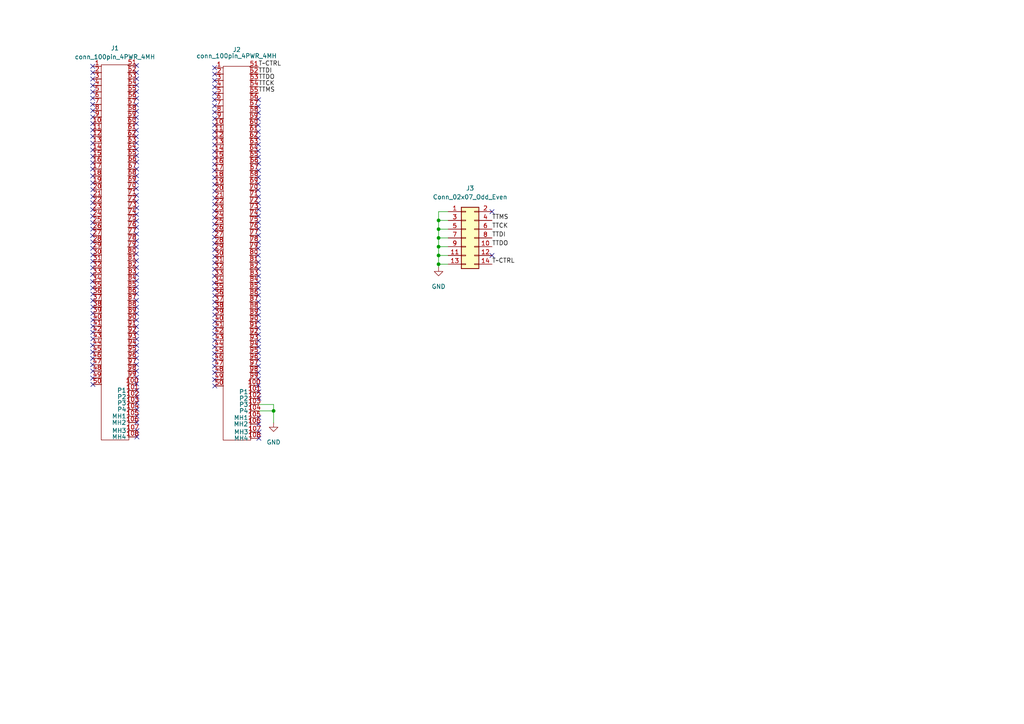
<source format=kicad_sch>
(kicad_sch (version 20211123) (generator eeschema)
  (paper "A4")
  (lib_symbols
    (symbol "Connector_Generic:Conn_02x07_Odd_Even" (pin_names (offset 1.016) hide)
      (property "Reference" "J" (at 1.27 10.16 0))
      (property "Value" "Conn_02x07_Odd_Even" (at 1.27 -10.16 0))
      (symbol "Conn_02x07_Odd_Even_1_1"
        (rectangle (start -1.27 -7.493) (end 0 -7.747) (stroke (width 0.1524)))
        (rectangle (start -1.27 -4.953) (end 0 -5.207) (stroke (width 0.1524)))
        (rectangle (start -1.27 -2.413) (end 0 -2.667) (stroke (width 0.1524)))
        (rectangle (start -1.27 0.127) (end 0 -0.127) (stroke (width 0.1524)))
        (rectangle (start -1.27 2.667) (end 0 2.413) (stroke (width 0.1524)))
        (rectangle (start -1.27 5.207) (end 0 4.953) (stroke (width 0.1524)))
        (rectangle (start -1.27 7.747) (end 0 7.493) (stroke (width 0.1524)))
        (rectangle (start -1.27 8.89) (end 3.81 -8.89) (stroke (width 0.254)) (fill (type background)))
        (rectangle (start 3.81 -7.493) (end 2.54 -7.747) (stroke (width 0.1524)))
        (rectangle (start 3.81 -4.953) (end 2.54 -5.207) (stroke (width 0.1524)))
        (rectangle (start 3.81 -2.413) (end 2.54 -2.667) (stroke (width 0.1524)))
        (rectangle (start 3.81 0.127) (end 2.54 -0.127) (stroke (width 0.1524)))
        (rectangle (start 3.81 2.667) (end 2.54 2.413) (stroke (width 0.1524)))
        (rectangle (start 3.81 5.207) (end 2.54 4.953) (stroke (width 0.1524)))
        (rectangle (start 3.81 7.747) (end 2.54 7.493) (stroke (width 0.1524)))
        (pin passive line (at -5.08 7.62 0) (length 3.81) (name "Pin_1") (number "1"))
        (pin passive line (at 7.62 -2.54 180) (length 3.81) (name "Pin_10") (number "10"))
        (pin passive line (at -5.08 -5.08 0) (length 3.81) (name "Pin_11") (number "11"))
        (pin passive line (at 7.62 -5.08 180) (length 3.81) (name "Pin_12") (number "12"))
        (pin passive line (at -5.08 -7.62 0) (length 3.81) (name "Pin_13") (number "13"))
        (pin passive line (at 7.62 -7.62 180) (length 3.81) (name "Pin_14") (number "14"))
        (pin passive line (at 7.62 7.62 180) (length 3.81) (name "Pin_2") (number "2"))
        (pin passive line (at -5.08 5.08 0) (length 3.81) (name "Pin_3") (number "3"))
        (pin passive line (at 7.62 5.08 180) (length 3.81) (name "Pin_4") (number "4"))
        (pin passive line (at -5.08 2.54 0) (length 3.81) (name "Pin_5") (number "5"))
        (pin passive line (at 7.62 2.54 180) (length 3.81) (name "Pin_6") (number "6"))
        (pin passive line (at -5.08 0 0) (length 3.81) (name "Pin_7") (number "7"))
        (pin passive line (at 7.62 0 180) (length 3.81) (name "Pin_8") (number "8"))
        (pin passive line (at -5.08 -2.54 0) (length 3.81) (name "Pin_9") (number "9"))
      )
    )
    (symbol "New_Library:conn_100pin_4PWR_4MH"
      (property "Reference" "J1" (at -42.418 128.5494 0))
      (property "Value" "conn_100pin_4PWR_4MH" (at -42.418 126.0094 0))
      (symbol "conn_100pin_4PWR_4MH_0_1"
        (rectangle (start -46.3804 123.7234) (end -38.354 14.9098))
      )
      (symbol "conn_100pin_4PWR_4MH_1_1"
        (pin passive line (at -48.8442 123.2916 0) (length 2.54) (name "") (number "1"))
        (pin passive line (at -48.8442 106.7054 0) (length 2.54) (name "") (number "10"))
        (pin passive line (at -36.1442 31.1912 180) (length 2.54) (name "") (number "100"))
        (pin passive line (at -36.0426 29.2862 180) (length 2.54) (name "P1") (number "101"))
        (pin passive line (at -36.0172 27.4066 180) (length 2.54) (name "P2") (number "102"))
        (pin passive line (at -36.0172 25.6286 180) (length 2.54) (name "P3") (number "103"))
        (pin passive line (at -36.0172 23.7744 180) (length 2.54) (name "P4") (number "104"))
        (pin passive line (at -36.0426 21.7932 180) (length 2.54) (name "MH1") (number "105"))
        (pin passive line (at -36.068 19.9644 180) (length 2.54) (name "MH2") (number "106"))
        (pin passive line (at -36.0172 17.6276 180) (length 2.54) (name "MH3") (number "107"))
        (pin passive line (at -36.0426 15.7988 180) (length 2.54) (name "MH4") (number "108"))
        (pin passive line (at -48.8442 104.8004 0) (length 2.54) (name "") (number "11"))
        (pin passive line (at -48.8442 102.9716 0) (length 2.54) (name "") (number "12"))
        (pin passive line (at -48.8188 100.9904 0) (length 2.54) (name "") (number "13"))
        (pin passive line (at -48.8442 99.0346 0) (length 2.54) (name "") (number "14"))
        (pin passive line (at -48.8188 97.155 0) (length 2.54) (name "") (number "15"))
        (pin passive line (at -48.8442 95.3008 0) (length 2.54) (name "") (number "16"))
        (pin passive line (at -48.8696 93.4974 0) (length 2.54) (name "") (number "17"))
        (pin passive line (at -48.8442 91.4654 0) (length 2.54) (name "") (number "18"))
        (pin passive line (at -48.8188 89.4588 0) (length 2.54) (name "") (number "19"))
        (pin passive line (at -48.8188 121.4628 0) (length 2.54) (name "") (number "2"))
        (pin passive line (at -48.7934 87.503 0) (length 2.54) (name "") (number "20"))
        (pin passive line (at -48.7934 85.4964 0) (length 2.54) (name "") (number "21"))
        (pin passive line (at -48.8442 83.693 0) (length 2.54) (name "") (number "22"))
        (pin passive line (at -48.8442 81.7118 0) (length 2.54) (name "") (number "23"))
        (pin passive line (at -48.8442 79.8068 0) (length 2.54) (name "") (number "24"))
        (pin passive line (at -48.8442 77.9272 0) (length 2.54) (name "") (number "25"))
        (pin passive line (at -48.8188 76.073 0) (length 2.54) (name "") (number "26"))
        (pin passive line (at -48.895 74.168 0) (length 2.54) (name "") (number "27"))
        (pin passive line (at -48.8188 72.3392 0) (length 2.54) (name "") (number "28"))
        (pin passive line (at -48.8442 70.5104 0) (length 2.54) (name "") (number "29"))
        (pin passive line (at -48.8442 119.6086 0) (length 2.54) (name "") (number "3"))
        (pin passive line (at -48.7934 68.5546 0) (length 2.54) (name "") (number "30"))
        (pin passive line (at -48.8188 66.7258 0) (length 2.54) (name "") (number "31"))
        (pin passive line (at -48.8442 64.8462 0) (length 2.54) (name "") (number "32"))
        (pin passive line (at -48.8696 62.8904 0) (length 2.54) (name "") (number "33"))
        (pin passive line (at -48.895 60.8584 0) (length 2.54) (name "") (number "34"))
        (pin passive line (at -48.8442 59.0042 0) (length 2.54) (name "") (number "35"))
        (pin passive line (at -48.7934 57.2008 0) (length 2.54) (name "") (number "36"))
        (pin passive line (at -48.8188 55.3466 0) (length 2.54) (name "") (number "37"))
        (pin passive line (at -48.768 53.467 0) (length 2.54) (name "") (number "38"))
        (pin passive line (at -48.7934 51.6382 0) (length 2.54) (name "") (number "39"))
        (pin passive line (at -48.8442 117.729 0) (length 2.54) (name "") (number "4"))
        (pin passive line (at -48.7934 49.7078 0) (length 2.54) (name "") (number "40"))
        (pin passive line (at -48.7934 47.9298 0) (length 2.54) (name "") (number "41"))
        (pin passive line (at -48.8442 46.1264 0) (length 2.54) (name "") (number "42"))
        (pin passive line (at -48.7934 44.2722 0) (length 2.54) (name "") (number "43"))
        (pin passive line (at -48.8696 42.3672 0) (length 2.54) (name "") (number "44"))
        (pin passive line (at -48.8442 40.4368 0) (length 2.54) (name "") (number "45"))
        (pin passive line (at -48.8696 38.5826 0) (length 2.54) (name "") (number "46"))
        (pin passive line (at -48.8696 36.7284 0) (length 2.54) (name "") (number "47"))
        (pin passive line (at -48.8188 34.8996 0) (length 2.54) (name "") (number "48"))
        (pin passive line (at -48.8442 32.8676 0) (length 2.54) (name "") (number "49"))
        (pin passive line (at -48.8442 115.8748 0) (length 2.54) (name "") (number "5"))
        (pin passive line (at -48.7934 31.0134 0) (length 2.54) (name "") (number "50"))
        (pin passive line (at -36.1442 123.5202 180) (length 2.54) (name "") (number "51"))
        (pin passive line (at -36.1696 121.4882 180) (length 2.54) (name "") (number "52"))
        (pin passive line (at -36.1188 119.6594 180) (length 2.54) (name "") (number "53"))
        (pin passive line (at -36.1188 117.8052 180) (length 2.54) (name "") (number "54"))
        (pin passive line (at -36.1442 115.951 180) (length 2.54) (name "") (number "55"))
        (pin passive line (at -36.1188 114.0206 180) (length 2.54) (name "") (number "56"))
        (pin passive line (at -36.195 112.1156 180) (length 2.54) (name "") (number "57"))
        (pin passive line (at -36.1442 110.2614 180) (length 2.54) (name "") (number "58"))
        (pin passive line (at -36.195 108.458 180) (length 2.54) (name "") (number "59"))
        (pin passive line (at -48.8696 114.046 0) (length 2.54) (name "") (number "6"))
        (pin passive line (at -36.195 106.68 180) (length 2.54) (name "") (number "60"))
        (pin passive line (at -36.195 104.7496 180) (length 2.54) (name "") (number "61"))
        (pin passive line (at -36.2204 102.9208 180) (length 2.54) (name "") (number "62"))
        (pin passive line (at -36.1696 101.0412 180) (length 2.54) (name "") (number "63"))
        (pin passive line (at -36.195 99.187 180) (length 2.54) (name "") (number "64"))
        (pin passive line (at -36.1442 97.3836 180) (length 2.54) (name "") (number "65"))
        (pin passive line (at -36.0934 95.5294 180) (length 2.54) (name "") (number "66"))
        (pin passive line (at -36.1188 93.4974 180) (length 2.54) (name "") (number "67"))
        (pin passive line (at -36.1442 91.5416 180) (length 2.54) (name "") (number "68"))
        (pin passive line (at -36.1696 89.662 180) (length 2.54) (name "") (number "69"))
        (pin passive line (at -48.8696 112.2426 0) (length 2.54) (name "") (number "7"))
        (pin passive line (at -36.195 87.8332 180) (length 2.54) (name "") (number "70"))
        (pin passive line (at -36.1442 85.8774 180) (length 2.54) (name "") (number "71"))
        (pin passive line (at -36.1696 84.0486 180) (length 2.54) (name "") (number "72"))
        (pin passive line (at -36.0934 82.2198 180) (length 2.54) (name "") (number "73"))
        (pin passive line (at -36.1696 80.3148 180) (length 2.54) (name "") (number "74"))
        (pin passive line (at -36.1442 78.4606 180) (length 2.54) (name "") (number "75"))
        (pin passive line (at -36.1442 76.581 180) (length 2.54) (name "") (number "76"))
        (pin passive line (at -36.1442 74.676 180) (length 2.54) (name "") (number "77"))
        (pin passive line (at -36.1442 72.6948 180) (length 2.54) (name "") (number "78"))
        (pin passive line (at -36.195 70.8914 180) (length 2.54) (name "") (number "79"))
        (pin passive line (at -48.8442 110.4392 0) (length 2.54) (name "") (number "8"))
        (pin passive line (at -36.195 68.8848 180) (length 2.54) (name "") (number "80"))
        (pin passive line (at -36.1696 66.929 180) (length 2.54) (name "") (number "81"))
        (pin passive line (at -36.1442 64.9224 180) (length 2.54) (name "") (number "82"))
        (pin passive line (at -36.1188 62.8904 180) (length 2.54) (name "") (number "83"))
        (pin passive line (at -36.1442 61.087 180) (length 2.54) (name "") (number "84"))
        (pin passive line (at -36.1696 59.2328 180) (length 2.54) (name "") (number "85"))
        (pin passive line (at -36.1442 57.3532 180) (length 2.54) (name "") (number "86"))
        (pin passive line (at -36.1696 55.3974 180) (length 2.54) (name "") (number "87"))
        (pin passive line (at -36.1442 53.4162 180) (length 2.54) (name "") (number "88"))
        (pin passive line (at -36.1442 51.5874 180) (length 2.54) (name "") (number "89"))
        (pin passive line (at -48.8188 108.585 0) (length 2.54) (name "") (number "9"))
        (pin passive line (at -36.1442 49.6824 180) (length 2.54) (name "") (number "90"))
        (pin passive line (at -36.1696 47.8028 180) (length 2.54) (name "") (number "91"))
        (pin passive line (at -36.1442 45.9486 180) (length 2.54) (name "") (number "92"))
        (pin passive line (at -36.1188 44.1452 180) (length 2.54) (name "") (number "93"))
        (pin passive line (at -36.1188 42.3418 180) (length 2.54) (name "") (number "94"))
        (pin passive line (at -36.1442 40.513 180) (length 2.54) (name "") (number "95"))
        (pin passive line (at -36.1442 38.6588 180) (length 2.54) (name "") (number "96"))
        (pin passive line (at -36.1442 36.7792 180) (length 2.54) (name "") (number "97"))
        (pin passive line (at -36.1696 34.925 180) (length 2.54) (name "") (number "98"))
        (pin passive line (at -36.1442 33.0962 180) (length 2.54) (name "") (number "99"))
      )
    )
    (symbol "conn_100pin_4PWR_4MH_1"
      (property "Reference" "J2" (at -42.418 128.5494 0))
      (property "Value" "conn_100pin_4PWR_4MH" (at -42.4942 126.7206 0))
      (symbol "conn_100pin_4PWR_4MH_1_0_1"
        (rectangle (start -46.3804 123.7234) (end -38.3794 15.2908))
      )
      (symbol "conn_100pin_4PWR_4MH_1_1_1"
        (pin passive line (at -48.8442 123.2916 0) (length 2.54) (name "") (number "1"))
        (pin passive line (at -48.8442 106.7054 0) (length 2.54) (name "") (number "10"))
        (pin passive line (at -36.1442 31.1912 180) (length 2.54) (name "") (number "100"))
        (pin passive line (at -36.0426 29.2862 180) (length 2.54) (name "P1") (number "101"))
        (pin passive line (at -36.0172 27.4066 180) (length 2.54) (name "P2") (number "102"))
        (pin passive line (at -36.0172 25.6286 180) (length 2.54) (name "P3") (number "103"))
        (pin passive line (at -36.0172 23.7744 180) (length 2.54) (name "P4") (number "104"))
        (pin passive line (at -36.0426 21.7932 180) (length 2.54) (name "MH1") (number "105"))
        (pin passive line (at -36.068 19.9644 180) (length 2.54) (name "MH2") (number "106"))
        (pin passive line (at -35.9918 17.653 180) (length 2.54) (name "MH3") (number "107"))
        (pin passive line (at -36.0172 15.8242 180) (length 2.54) (name "MH4") (number "108"))
        (pin passive line (at -48.8442 104.8004 0) (length 2.54) (name "") (number "11"))
        (pin passive line (at -48.8442 102.9716 0) (length 2.54) (name "") (number "12"))
        (pin passive line (at -48.8188 100.9904 0) (length 2.54) (name "") (number "13"))
        (pin passive line (at -48.8442 99.0346 0) (length 2.54) (name "") (number "14"))
        (pin passive line (at -48.8188 97.155 0) (length 2.54) (name "") (number "15"))
        (pin passive line (at -48.8442 95.3008 0) (length 2.54) (name "") (number "16"))
        (pin passive line (at -48.8696 93.4974 0) (length 2.54) (name "") (number "17"))
        (pin passive line (at -48.8442 91.4654 0) (length 2.54) (name "") (number "18"))
        (pin passive line (at -48.8188 89.4588 0) (length 2.54) (name "") (number "19"))
        (pin passive line (at -48.8188 121.4628 0) (length 2.54) (name "") (number "2"))
        (pin passive line (at -48.7934 87.503 0) (length 2.54) (name "") (number "20"))
        (pin passive line (at -48.7934 85.4964 0) (length 2.54) (name "") (number "21"))
        (pin passive line (at -48.8442 83.693 0) (length 2.54) (name "") (number "22"))
        (pin passive line (at -48.8442 81.7118 0) (length 2.54) (name "") (number "23"))
        (pin passive line (at -48.8442 79.8068 0) (length 2.54) (name "") (number "24"))
        (pin passive line (at -48.8442 77.9272 0) (length 2.54) (name "") (number "25"))
        (pin passive line (at -48.8188 76.073 0) (length 2.54) (name "") (number "26"))
        (pin passive line (at -48.895 74.168 0) (length 2.54) (name "") (number "27"))
        (pin passive line (at -48.8188 72.3392 0) (length 2.54) (name "") (number "28"))
        (pin passive line (at -48.8442 70.5104 0) (length 2.54) (name "") (number "29"))
        (pin passive line (at -48.8442 119.6086 0) (length 2.54) (name "") (number "3"))
        (pin passive line (at -48.7934 68.5546 0) (length 2.54) (name "") (number "30"))
        (pin passive line (at -48.8188 66.7258 0) (length 2.54) (name "") (number "31"))
        (pin passive line (at -48.8442 64.8462 0) (length 2.54) (name "") (number "32"))
        (pin passive line (at -48.8696 62.8904 0) (length 2.54) (name "") (number "33"))
        (pin passive line (at -48.895 60.8584 0) (length 2.54) (name "") (number "34"))
        (pin passive line (at -48.8442 59.0042 0) (length 2.54) (name "") (number "35"))
        (pin passive line (at -48.7934 57.2008 0) (length 2.54) (name "") (number "36"))
        (pin passive line (at -48.8188 55.3466 0) (length 2.54) (name "") (number "37"))
        (pin passive line (at -48.768 53.467 0) (length 2.54) (name "") (number "38"))
        (pin passive line (at -48.7934 51.6382 0) (length 2.54) (name "") (number "39"))
        (pin passive line (at -48.8442 117.729 0) (length 2.54) (name "") (number "4"))
        (pin passive line (at -48.7934 49.7078 0) (length 2.54) (name "") (number "40"))
        (pin passive line (at -48.7934 47.9298 0) (length 2.54) (name "") (number "41"))
        (pin passive line (at -48.8442 46.1264 0) (length 2.54) (name "") (number "42"))
        (pin passive line (at -48.7934 44.2722 0) (length 2.54) (name "") (number "43"))
        (pin passive line (at -48.8696 42.3672 0) (length 2.54) (name "") (number "44"))
        (pin passive line (at -48.8442 40.4368 0) (length 2.54) (name "") (number "45"))
        (pin passive line (at -48.8696 38.5826 0) (length 2.54) (name "") (number "46"))
        (pin passive line (at -48.8696 36.7284 0) (length 2.54) (name "") (number "47"))
        (pin passive line (at -48.8188 34.8996 0) (length 2.54) (name "") (number "48"))
        (pin passive line (at -48.8442 32.8676 0) (length 2.54) (name "") (number "49"))
        (pin passive line (at -48.8442 115.8748 0) (length 2.54) (name "") (number "5"))
        (pin passive line (at -48.7934 31.0134 0) (length 2.54) (name "") (number "50"))
        (pin passive line (at -36.1442 123.5202 180) (length 2.54) (name "") (number "51"))
        (pin passive line (at -36.1696 121.4882 180) (length 2.54) (name "") (number "52"))
        (pin passive line (at -36.1188 119.6594 180) (length 2.54) (name "") (number "53"))
        (pin passive line (at -36.1188 117.8052 180) (length 2.54) (name "") (number "54"))
        (pin passive line (at -36.1442 115.951 180) (length 2.54) (name "") (number "55"))
        (pin passive line (at -36.1188 114.0206 180) (length 2.54) (name "") (number "56"))
        (pin passive line (at -36.195 112.1156 180) (length 2.54) (name "") (number "57"))
        (pin passive line (at -36.1442 110.2614 180) (length 2.54) (name "") (number "58"))
        (pin passive line (at -36.195 108.458 180) (length 2.54) (name "") (number "59"))
        (pin passive line (at -48.8696 114.046 0) (length 2.54) (name "") (number "6"))
        (pin passive line (at -36.195 106.68 180) (length 2.54) (name "") (number "60"))
        (pin passive line (at -36.195 104.7496 180) (length 2.54) (name "") (number "61"))
        (pin passive line (at -36.2204 102.9208 180) (length 2.54) (name "") (number "62"))
        (pin passive line (at -36.1696 101.0412 180) (length 2.54) (name "") (number "63"))
        (pin passive line (at -36.195 99.187 180) (length 2.54) (name "") (number "64"))
        (pin passive line (at -36.1442 97.3836 180) (length 2.54) (name "") (number "65"))
        (pin passive line (at -36.0934 95.5294 180) (length 2.54) (name "") (number "66"))
        (pin passive line (at -36.1188 93.4974 180) (length 2.54) (name "") (number "67"))
        (pin passive line (at -36.1442 91.5416 180) (length 2.54) (name "") (number "68"))
        (pin passive line (at -36.1696 89.662 180) (length 2.54) (name "") (number "69"))
        (pin passive line (at -48.8696 112.2426 0) (length 2.54) (name "") (number "7"))
        (pin passive line (at -36.195 87.8332 180) (length 2.54) (name "") (number "70"))
        (pin passive line (at -36.1442 85.8774 180) (length 2.54) (name "") (number "71"))
        (pin passive line (at -36.1696 84.0486 180) (length 2.54) (name "") (number "72"))
        (pin passive line (at -36.0934 82.2198 180) (length 2.54) (name "") (number "73"))
        (pin passive line (at -36.1696 80.3148 180) (length 2.54) (name "") (number "74"))
        (pin passive line (at -36.1442 78.4606 180) (length 2.54) (name "") (number "75"))
        (pin passive line (at -36.1442 76.581 180) (length 2.54) (name "") (number "76"))
        (pin passive line (at -36.1442 74.676 180) (length 2.54) (name "") (number "77"))
        (pin passive line (at -36.1442 72.6948 180) (length 2.54) (name "") (number "78"))
        (pin passive line (at -36.195 70.8914 180) (length 2.54) (name "") (number "79"))
        (pin passive line (at -48.8442 110.4392 0) (length 2.54) (name "") (number "8"))
        (pin passive line (at -36.195 68.8848 180) (length 2.54) (name "") (number "80"))
        (pin passive line (at -36.1696 66.929 180) (length 2.54) (name "") (number "81"))
        (pin passive line (at -36.1442 64.9224 180) (length 2.54) (name "") (number "82"))
        (pin passive line (at -36.1188 62.8904 180) (length 2.54) (name "") (number "83"))
        (pin passive line (at -36.1442 61.087 180) (length 2.54) (name "") (number "84"))
        (pin passive line (at -36.1696 59.2328 180) (length 2.54) (name "") (number "85"))
        (pin passive line (at -36.1442 57.3532 180) (length 2.54) (name "") (number "86"))
        (pin passive line (at -36.1696 55.3974 180) (length 2.54) (name "") (number "87"))
        (pin passive line (at -36.1442 53.4162 180) (length 2.54) (name "") (number "88"))
        (pin passive line (at -36.1442 51.5874 180) (length 2.54) (name "") (number "89"))
        (pin passive line (at -48.8188 108.585 0) (length 2.54) (name "") (number "9"))
        (pin passive line (at -36.1442 49.6824 180) (length 2.54) (name "") (number "90"))
        (pin passive line (at -36.1696 47.8028 180) (length 2.54) (name "") (number "91"))
        (pin passive line (at -36.1442 45.9486 180) (length 2.54) (name "") (number "92"))
        (pin passive line (at -36.1188 44.1452 180) (length 2.54) (name "") (number "93"))
        (pin passive line (at -36.1188 42.3418 180) (length 2.54) (name "") (number "94"))
        (pin passive line (at -36.1442 40.513 180) (length 2.54) (name "") (number "95"))
        (pin passive line (at -36.1442 38.6588 180) (length 2.54) (name "") (number "96"))
        (pin passive line (at -36.1442 36.7792 180) (length 2.54) (name "") (number "97"))
        (pin passive line (at -36.1696 34.925 180) (length 2.54) (name "") (number "98"))
        (pin passive line (at -36.1442 33.0962 180) (length 2.54) (name "") (number "99"))
      )
    )
    (symbol "power:GND" (power) (pin_names (offset 0))
      (property "Value" "GND" (at 0 -3.81 0))
      (symbol "GND_0_1"
        (polyline (pts (xy 0 0) (xy 0 -1.27) (xy 1.27 -1.27) (xy 0 -2.54) (xy -1.27 -1.27) (xy 0 -1.27)))
      )
      (symbol "GND_1_1"
        (pin power_in line (at 0 0 270) (length 0) hide (name "GND") (number "1"))
      )
    )
  )
  (junction (at 79.3496 119.1768))
  (junction (at 127.2032 76.6318))
  (junction (at 127.2032 66.4718))
  (junction (at 127.2032 63.9318))
  (junction (at 127.2032 74.0918))
  (junction (at 127.2032 69.0118))
  (junction (at 127.2032 71.5518))
  (no_connect (at 74.9554 64.4906))
  (no_connect (at 74.9554 78.0288))
  (no_connect (at 39.5732 52.8574))
  (no_connect (at 26.8986 35.814))
  (no_connect (at 39.5986 109.4232))
  (no_connect (at 26.8986 43.4848))
  (no_connect (at 62.2808 53.4924))
  (no_connect (at 39.7256 124.8918))
  (no_connect (at 39.5478 35.8394))
  (no_connect (at 62.2808 87.6046))
  (no_connect (at 74.9554 106.172))
  (no_connect (at 74.9554 91.3638))
  (no_connect (at 74.9554 70.2564))
  (no_connect (at 74.9554 97.0026))
  (no_connect (at 74.9046 72.0598))
  (no_connect (at 62.2554 65.024))
  (no_connect (at 62.2554 78.105))
  (no_connect (at 26.8732 30.2768))
  (no_connect (at 62.2808 45.7962))
  (no_connect (at 75.0316 122.9868))
  (no_connect (at 74.8792 40.0304))
  (no_connect (at 39.5986 65.9384))
  (no_connect (at 74.9554 102.4382))
  (no_connect (at 62.23 28.9052))
  (no_connect (at 62.2808 21.4884))
  (no_connect (at 26.9494 111.506))
  (no_connect (at 74.9554 81.8642))
  (no_connect (at 39.624 24.7142))
  (no_connect (at 39.7002 120.7262))
  (no_connect (at 39.5478 73.6346))
  (no_connect (at 62.23 104.3686))
  (no_connect (at 39.5478 34.0614))
  (no_connect (at 62.2554 27.0764))
  (no_connect (at 74.9554 85.598))
  (no_connect (at 26.8986 62.7126))
  (no_connect (at 39.5732 62.2046))
  (no_connect (at 142.6972 74.0918))
  (no_connect (at 39.624 22.86))
  (no_connect (at 26.8986 58.8264))
  (no_connect (at 74.9046 74.0664))
  (no_connect (at 26.8478 81.661))
  (no_connect (at 74.9046 55.118))
  (no_connect (at 62.2554 96.8248))
  (no_connect (at 39.5986 64.0588))
  (no_connect (at 62.2808 70.612))
  (no_connect (at 74.9554 51.4096))
  (no_connect (at 74.9554 45.5676))
  (no_connect (at 74.9554 66.3702))
  (no_connect (at 39.7256 115.1128))
  (no_connect (at 26.8986 39.5478))
  (no_connect (at 74.9046 36.2712))
  (no_connect (at 39.5732 87.122))
  (no_connect (at 75.1078 125.2982))
  (no_connect (at 39.5986 111.3282))
  (no_connect (at 74.9554 89.535))
  (no_connect (at 26.8986 102.0826))
  (no_connect (at 62.2554 25.2222))
  (no_connect (at 26.9494 92.8116))
  (no_connect (at 62.3062 93.2434))
  (no_connect (at 62.23 106.2228))
  (no_connect (at 62.2554 39.9796))
  (no_connect (at 75.0824 115.5446))
  (no_connect (at 74.93 87.5538))
  (no_connect (at 26.9494 94.5896))
  (no_connect (at 39.7002 126.7206))
  (no_connect (at 39.7256 118.745))
  (no_connect (at 39.5732 107.5944))
  (no_connect (at 26.924 53.0606))
  (no_connect (at 62.2554 38.1508))
  (no_connect (at 62.2554 63.1444))
  (no_connect (at 39.5478 37.7698))
  (no_connect (at 62.2808 34.3662))
  (no_connect (at 26.924 66.4464))
  (no_connect (at 26.8732 100.1522))
  (no_connect (at 26.8986 24.7904))
  (no_connect (at 26.8986 51.054))
  (no_connect (at 39.6748 122.555))
  (no_connect (at 74.9554 104.2924))
  (no_connect (at 62.3062 57.4548))
  (no_connect (at 62.23 80.0608))
  (no_connect (at 39.5986 89.1032))
  (no_connect (at 74.9554 111.76))
  (no_connect (at 26.924 87.1728))
  (no_connect (at 74.93 53.2892))
  (no_connect (at 62.2554 51.4858))
  (no_connect (at 39.5732 58.4708))
  (no_connect (at 75.0062 47.4218))
  (no_connect (at 26.924 70.1802))
  (no_connect (at 62.2554 43.9166))
  (no_connect (at 62.2554 72.4408))
  (no_connect (at 39.5986 67.8434))
  (no_connect (at 62.2808 66.8782))
  (no_connect (at 26.9494 90.8812))
  (no_connect (at 62.23 49.4538))
  (no_connect (at 26.8732 49.022))
  (no_connect (at 26.8986 72.009))
  (no_connect (at 62.3316 89.4842))
  (no_connect (at 26.8986 22.9108))
  (no_connect (at 26.924 107.6198))
  (no_connect (at 74.93 83.7184))
  (no_connect (at 62.3062 111.9378))
  (no_connect (at 74.93 108.0262))
  (no_connect (at 39.5986 81.4324))
  (no_connect (at 62.2046 82.0928))
  (no_connect (at 39.5478 43.3324))
  (no_connect (at 74.9554 93.2688))
  (no_connect (at 39.5478 71.628))
  (no_connect (at 62.3062 85.7504))
  (no_connect (at 39.5478 54.6862))
  (no_connect (at 62.23 100.584))
  (no_connect (at 62.3062 91.313))
  (no_connect (at 26.924 45.3644))
  (no_connect (at 39.5986 18.9992))
  (no_connect (at 62.3062 95.0214))
  (no_connect (at 74.9554 68.2752))
  (no_connect (at 62.2808 41.9608))
  (no_connect (at 26.8732 105.791))
  (no_connect (at 26.924 41.529))
  (no_connect (at 39.7256 116.8908))
  (no_connect (at 39.5732 75.5904))
  (no_connect (at 62.3062 55.4482))
  (no_connect (at 62.2808 108.0516))
  (no_connect (at 26.8986 47.2186))
  (no_connect (at 26.9494 57.023))
  (no_connect (at 74.9808 100.6094))
  (no_connect (at 74.9554 32.6898))
  (no_connect (at 75.0062 60.7314))
  (no_connect (at 74.9046 34.4932))
  (no_connect (at 26.924 21.0566))
  (no_connect (at 39.5732 94.7166))
  (no_connect (at 74.93 62.6364))
  (no_connect (at 26.8986 32.0802))
  (no_connect (at 74.9046 30.8356))
  (no_connect (at 39.5986 96.5708))
  (no_connect (at 26.8732 28.4734))
  (no_connect (at 62.2554 61.2394))
  (no_connect (at 39.5986 26.5684))
  (no_connect (at 26.8986 83.5152))
  (no_connect (at 74.93 58.9026))
  (no_connect (at 74.9808 98.806))
  (no_connect (at 39.6494 46.99))
  (no_connect (at 26.9494 85.3186))
  (no_connect (at 26.8732 79.629))
  (no_connect (at 62.2808 76.2254))
  (no_connect (at 39.6494 60.2996))
  (no_connect (at 26.9748 89.0524))
  (no_connect (at 74.9554 109.855))
  (no_connect (at 39.5224 39.5986))
  (no_connect (at 26.9494 55.0164))
  (no_connect (at 26.9494 73.9648))
  (no_connect (at 26.8986 64.5922))
  (no_connect (at 62.2554 47.6504))
  (no_connect (at 26.8986 96.393))
  (no_connect (at 39.5986 56.642))
  (no_connect (at 39.5986 32.258))
  (no_connect (at 39.5986 92.837))
  (no_connect (at 39.5478 30.4038))
  (no_connect (at 26.8986 37.719))
  (no_connect (at 74.9808 80.0608))
  (no_connect (at 39.5986 69.8246))
  (no_connect (at 26.8986 109.6518))
  (no_connect (at 62.2554 110.0836))
  (no_connect (at 39.624 28.4988))
  (no_connect (at 39.624 100.1776))
  (no_connect (at 39.5986 105.7402))
  (no_connect (at 62.2554 32.512))
  (no_connect (at 39.624 98.3742))
  (no_connect (at 142.6972 61.3918))
  (no_connect (at 39.5986 85.1662))
  (no_connect (at 74.9808 49.4538))
  (no_connect (at 62.2554 59.2582))
  (no_connect (at 75.057 113.665))
  (no_connect (at 26.8986 26.6446))
  (no_connect (at 74.93 95.1484))
  (no_connect (at 26.924 75.7936))
  (no_connect (at 26.924 33.9344))
  (no_connect (at 26.8478 68.3514))
  (no_connect (at 39.5986 50.9778))
  (no_connect (at 74.93 76.0222))
  (no_connect (at 62.3062 98.679))
  (no_connect (at 62.2554 23.3426))
  (no_connect (at 26.8986 19.2278))
  (no_connect (at 39.5986 102.0064))
  (no_connect (at 62.2554 83.947))
  (no_connect (at 39.7002 113.2332))
  (no_connect (at 26.9494 98.2472))
  (no_connect (at 62.2554 36.2458))
  (no_connect (at 39.5986 45.1358))
  (no_connect (at 62.2554 19.6596))
  (no_connect (at 75.0824 127.127))
  (no_connect (at 39.5732 21.0312))
  (no_connect (at 75.057 121.158))
  (no_connect (at 62.2046 68.7832))
  (no_connect (at 26.8732 103.9368))
  (no_connect (at 62.3062 74.3966))
  (no_connect (at 26.8986 77.6732))
  (no_connect (at 74.9046 38.2016))
  (no_connect (at 39.5986 103.8606))
  (no_connect (at 26.8986 60.8076))
  (no_connect (at 39.624 49.022))
  (no_connect (at 39.5732 41.4782))
  (no_connect (at 62.23 30.7086))
  (no_connect (at 74.9554 57.0738))
  (no_connect (at 39.624 79.629))
  (no_connect (at 39.624 90.932))
  (no_connect (at 74.9808 28.9306))
  (no_connect (at 74.9046 43.7642))
  (no_connect (at 39.5732 83.2866))
  (no_connect (at 39.5986 77.597))
  (no_connect (at 74.93 41.91))
  (no_connect (at 62.2554 102.5144))
  (wire (pts (xy 79.3496 119.1768) (xy 79.3496 122.6312)))
  (wire (pts (xy 127.2032 76.6318) (xy 127.2032 77.47)))
  (wire (pts (xy 127.2032 63.9318) (xy 127.2032 66.4718)))
  (wire (pts (xy 129.9972 61.3918) (xy 127.2032 61.3918)))
  (wire (pts (xy 127.2032 69.0118) (xy 129.9972 69.0118)))
  (wire (pts (xy 127.2032 66.4718) (xy 127.2032 69.0118)))
  (wire (pts (xy 79.3496 117.3226) (xy 79.3496 119.1768)))
  (wire (pts (xy 127.2032 61.3918) (xy 127.2032 63.9318)))
  (wire (pts (xy 127.2032 63.9318) (xy 129.9972 63.9318)))
  (wire (pts (xy 127.2032 74.0918) (xy 127.2032 76.6318)))
  (wire (pts (xy 127.2032 71.5518) (xy 127.2032 74.0918)))
  (wire (pts (xy 127.2032 66.4718) (xy 129.9972 66.4718)))
  (wire (pts (xy 75.0824 119.1768) (xy 79.3496 119.1768)))
  (wire (pts (xy 75.0824 117.3226) (xy 79.3496 117.3226)))
  (wire (pts (xy 127.2032 76.6318) (xy 129.9972 76.6318)))
  (wire (pts (xy 127.2032 69.0118) (xy 127.2032 71.5518)))
  (wire (pts (xy 127.2032 74.0918) (xy 129.9972 74.0918)))
  (wire (pts (xy 127.2032 71.5518) (xy 129.9972 71.5518)))
  (label "TTCK" (at 142.6972 66.4718 0))
  (label "TTMS" (at 74.9554 27.0002 0))
  (label "TTDO" (at 74.9808 23.2918 0))
  (label "TTDI" (at 142.6972 69.0118 0))
  (label "TTCK" (at 74.9808 25.146 0))
  (label "T~CTRL" (at 142.6972 76.6318 0))
  (label "T~CTRL" (at 74.9554 19.431 0))
  (label "TTDI" (at 74.93 21.463 0))
  (label "TTMS" (at 142.6972 63.9318 0))
  (label "TTDO" (at 142.6972 71.5518 0))
  (symbol (lib_id "New_Library:conn_100pin_4PWR_4MH") (at 75.7428 142.5194 0) (unit 1)
    (property "Reference" "J1" (at 33.3248 13.97 0))
    (property "Value" "conn_100pin_4PWR_4MH" (at 33.3248 16.51 0))
    (property "Footprint" "footprints:FX23-100P-0.5SV15" (effects hide))
  )
  (symbol (lib_id "power:GND") (at 127.2032 77.47 0) (unit 1)
    (property "Reference" "#PWR03" (effects hide))
    (property "Value" "GND" (at 127.2032 83.1088 0))
  )
  (symbol (lib_name "conn_100pin_4PWR_4MH_1") (lib_id "New_Library:conn_100pin_4PWR_4MH") (at 111.0996 142.9512 0) (unit 1)
    (property "Reference" "J2" (at 68.6816 14.4018 0))
    (property "Value" "conn_100pin_4PWR_4MH" (at 68.6054 16.2306 0))
    (property "Footprint" "footprints:FX23-100P-0.5SV15" (effects hide))
  )
  (symbol (lib_id "power:GND") (at 79.3496 122.6312 0) (unit 1)
    (property "Reference" "#PWR01" (effects hide))
    (property "Value" "GND" (at 79.3496 128.27 0))
  )
  (symbol (lib_id "Connector_Generic:Conn_02x07_Odd_Even") (at 135.0772 69.0118 0) (unit 1)
    (property "Reference" "J3" (at 136.3472 54.61 0))
    (property "Value" "Conn_02x07_Odd_Even" (at 136.3472 57.15 0))
    (property "Footprint" "Connector_PinHeader_2.00mm:PinHeader_2x07_P2.00mm_Vertical" (effects hide))
  )
)
</source>
